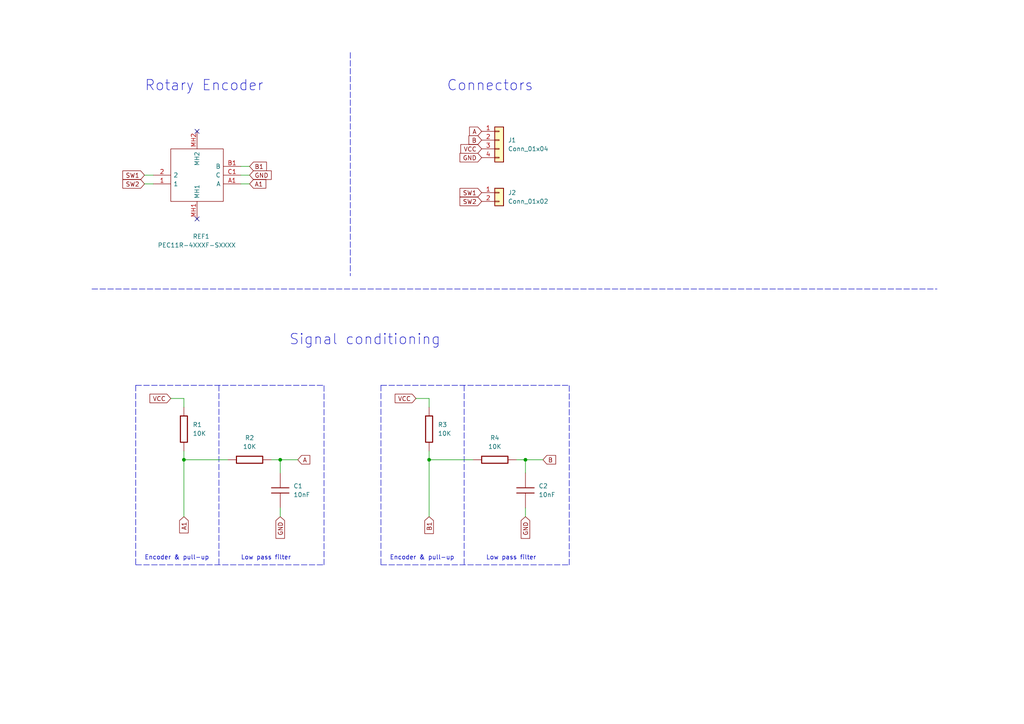
<source format=kicad_sch>
(kicad_sch (version 20211123) (generator eeschema)
  (paper "A4")
  (lib_symbols
    (symbol "Connector_Generic:Conn_01x02" (pin_names (offset 1.016) hide)
      (property "Reference" "J" (at 0 2.54 0))
      (property "Value" "Conn_01x02" (at 0 -5.08 0))
      (symbol "Conn_01x02_1_1"
        (rectangle (start -1.27 -2.413) (end 0 -2.667) (stroke (width 0.1524)))
        (rectangle (start -1.27 0.127) (end 0 -0.127) (stroke (width 0.1524)))
        (rectangle (start -1.27 1.27) (end 1.27 -3.81) (stroke (width 0.254)) (fill (type background)))
        (pin passive line (at -5.08 0 0) (length 3.81) (name "Pin_1") (number "1"))
        (pin passive line (at -5.08 -2.54 0) (length 3.81) (name "Pin_2") (number "2"))
      )
    )
    (symbol "Connector_Generic:Conn_01x04" (pin_names (offset 1.016) hide)
      (property "Reference" "J" (at 0 5.08 0))
      (property "Value" "Conn_01x04" (at 0 -7.62 0))
      (symbol "Conn_01x04_1_1"
        (rectangle (start -1.27 -4.953) (end 0 -5.207) (stroke (width 0.1524)))
        (rectangle (start -1.27 -2.413) (end 0 -2.667) (stroke (width 0.1524)))
        (rectangle (start -1.27 0.127) (end 0 -0.127) (stroke (width 0.1524)))
        (rectangle (start -1.27 2.667) (end 0 2.413) (stroke (width 0.1524)))
        (rectangle (start -1.27 3.81) (end 1.27 -6.35) (stroke (width 0.254)) (fill (type background)))
        (pin passive line (at -5.08 2.54 0) (length 3.81) (name "Pin_1") (number "1"))
        (pin passive line (at -5.08 0 0) (length 3.81) (name "Pin_2") (number "2"))
        (pin passive line (at -5.08 -2.54 0) (length 3.81) (name "Pin_3") (number "3"))
        (pin passive line (at -5.08 -5.08 0) (length 3.81) (name "Pin_4") (number "4"))
      )
    )
    (symbol "dresco:C" (pin_numbers hide) (pin_names (offset 0.254))
      (property "Reference" "C" (at 1.27 2.54 0))
      (property "Value" "C" (at 1.27 -2.54 0))
      (symbol "C_0_1"
        (polyline (pts (xy -2.54 -0.762) (xy 2.54 -0.762)) (stroke (width 0.254)))
        (polyline (pts (xy -2.54 0.762) (xy 2.54 0.762)) (stroke (width 0.254)))
      )
      (symbol "C_1_1"
        (pin passive line (at 0 5.08 270) (length 4.318) (name "~") (number "1"))
        (pin passive line (at 0 -5.08 90) (length 4.318) (name "~") (number "2"))
      )
    )
    (symbol "dresco:PEC11R-4XXXF-SXXXX" (pin_names (offset 0.762))
      (property "Reference" "REF**" (at 21.59 12.7 0))
      (property "Value" "PEC11R-4XXXF-SXXXX" (at 21.59 10.16 0))
      (symbol "PEC11R-4XXXF-SXXXX_0_0"
        (pin passive line (at 10.16 12.7 270) (length 5.08) (name "1") (number "1"))
        (pin passive line (at 12.7 12.7 270) (length 5.08) (name "2") (number "2"))
        (pin passive line (at 10.16 -12.7 90) (length 5.08) (name "A") (number "A1"))
        (pin passive line (at 15.24 -12.7 90) (length 5.08) (name "B") (number "B1"))
        (pin passive line (at 12.7 -12.7 90) (length 5.08) (name "C") (number "C1"))
        (pin passive line (at 0 0 0) (length 5.08) (name "MH1") (number "MH1"))
        (pin passive line (at 25.4 0 180) (length 5.08) (name "MH2") (number "MH2"))
      )
      (symbol "PEC11R-4XXXF-SXXXX_0_1"
        (polyline (pts (xy 5.08 7.62) (xy 20.32 7.62) (xy 20.32 -7.62) (xy 5.08 -7.62) (xy 5.08 7.62)) (stroke (width 0.1524)))
      )
    )
    (symbol "dresco:R" (pin_numbers hide) (pin_names (offset 0))
      (property "Reference" "R" (at 2.032 0 90))
      (property "Value" "R" (at 0 0 90))
      (symbol "R_0_1"
        (rectangle (start -1.016 3.81) (end 1.016 -3.81) (stroke (width 0.3048)))
      )
      (symbol "R_1_1"
        (pin passive line (at 0 6.35 270) (length 2.54) (name "~") (number "1"))
        (pin passive line (at 0 -6.35 90) (length 2.54) (name "~") (number "2"))
      )
    )
  )
  (junction (at 53.34 133.35))
  (junction (at 152.4 133.35))
  (junction (at 124.46 133.35))
  (junction (at 81.28 133.35))
  (no_connect (at 57.15 38.1))
  (no_connect (at 57.15 63.5))
  (wire (pts (xy 124.46 130.81) (xy 124.46 133.35)))
  (wire (pts (xy 152.4 137.16) (xy 152.4 133.35)))
  (wire (pts (xy 124.46 133.35) (xy 124.46 149.86)))
  (wire (pts (xy 41.91 53.34) (xy 44.45 53.34)))
  (wire (pts (xy 53.34 133.35) (xy 66.04 133.35)))
  (polyline (pts (xy 165.1 163.83) (xy 165.1 111.76)))
  (wire (pts (xy 81.28 133.35) (xy 86.36 133.35)))
  (wire (pts (xy 78.74 133.35) (xy 81.28 133.35)))
  (wire (pts (xy 69.85 50.8) (xy 72.39 50.8)))
  (polyline (pts (xy 39.37 163.83) (xy 93.98 163.83)))
  (wire (pts (xy 152.4 147.32) (xy 152.4 149.86)))
  (polyline (pts (xy 110.49 111.76) (xy 165.1 111.76)))
  (polyline (pts (xy 39.37 111.76) (xy 39.37 163.83)))
  (polyline (pts (xy 39.37 111.76) (xy 93.98 111.76)))
  (polyline (pts (xy 93.98 163.83) (xy 93.98 111.76)))
  (wire (pts (xy 124.46 133.35) (xy 137.16 133.35)))
  (wire (pts (xy 49.53 115.57) (xy 53.34 115.57)))
  (wire (pts (xy 149.86 133.35) (xy 152.4 133.35)))
  (polyline (pts (xy 110.49 163.83) (xy 165.1 163.83)))
  (wire (pts (xy 53.34 133.35) (xy 53.34 149.86)))
  (wire (pts (xy 120.65 115.57) (xy 124.46 115.57)))
  (wire (pts (xy 53.34 115.57) (xy 53.34 118.11)))
  (wire (pts (xy 41.91 50.8) (xy 44.45 50.8)))
  (wire (pts (xy 124.46 115.57) (xy 124.46 118.11)))
  (wire (pts (xy 152.4 133.35) (xy 157.48 133.35)))
  (polyline (pts (xy 101.6 15.24) (xy 101.6 80.01)))
  (wire (pts (xy 53.34 130.81) (xy 53.34 133.35)))
  (wire (pts (xy 69.85 48.26) (xy 72.39 48.26)))
  (polyline (pts (xy 26.67 83.82) (xy 271.78 83.82)))
  (wire (pts (xy 69.85 53.34) (xy 72.39 53.34)))
  (polyline (pts (xy 134.62 111.76) (xy 134.62 163.83)))
  (polyline (pts (xy 110.49 111.76) (xy 110.49 163.83)))
  (polyline (pts (xy 63.5 111.76) (xy 63.5 163.83)))
  (wire (pts (xy 81.28 147.32) (xy 81.28 149.86)))
  (wire (pts (xy 81.28 137.16) (xy 81.28 133.35)))
  (text "Encoder & pull-up" (at 41.91 162.56 0) (effects (font (size 1.27 1.27)) (justify left bottom)))
  (text "Rotary Encoder" (at 41.91 26.67 0) (effects (font (size 3 3)) (justify left bottom)))
  (text "Encoder & pull-up" (at 113.03 162.56 0) (effects (font (size 1.27 1.27)) (justify left bottom)))
  (text "Low pass filter" (at 140.97 162.56 0) (effects (font (size 1.27 1.27)) (justify left bottom)))
  (text "Low pass filter" (at 69.85 162.56 0) (effects (font (size 1.27 1.27)) (justify left bottom)))
  (text "Signal conditioning" (at 83.82 100.33 0) (effects (font (size 3 3)) (justify left bottom)))
  (text "Connectors" (at 129.54 26.67 0) (effects (font (size 3 3)) (justify left bottom)))
  (global_label "GND" (shape input) (at 139.7 45.72 180) (property "Intersheet References" "${INTERSHEET_REFS}" (effects hide)))
  (global_label "GND" (shape input) (at 72.39 50.8 0) (property "Intersheet References" "${INTERSHEET_REFS}" (effects hide)))
  (global_label "VCC" (shape input) (at 49.53 115.57 180) (property "Intersheet References" "${INTERSHEET_REFS}" (effects hide)))
  (global_label "VCC" (shape input) (at 120.65 115.57 180) (property "Intersheet References" "${INTERSHEET_REFS}" (effects hide)))
  (global_label "GND" (shape input) (at 152.4 149.86 270) (property "Intersheet References" "${INTERSHEET_REFS}" (effects hide)))
  (global_label "A" (shape input) (at 139.7 38.1 180) (property "Intersheet References" "${INTERSHEET_REFS}" (effects hide)))
  (global_label "VCC" (shape input) (at 139.7 43.18 180) (property "Intersheet References" "${INTERSHEET_REFS}" (effects hide)))
  (global_label "B1" (shape input) (at 124.46 149.86 270) (property "Intersheet References" "${INTERSHEET_REFS}" (effects hide)))
  (global_label "B" (shape input) (at 157.48 133.35 0) (property "Intersheet References" "${INTERSHEET_REFS}" (effects hide)))
  (global_label "B" (shape input) (at 139.7 40.64 180) (property "Intersheet References" "${INTERSHEET_REFS}" (effects hide)))
  (global_label "B1" (shape input) (at 72.39 48.26 0) (property "Intersheet References" "${INTERSHEET_REFS}" (effects hide)))
  (global_label "A1" (shape input) (at 72.39 53.34 0) (property "Intersheet References" "${INTERSHEET_REFS}" (effects hide)))
  (global_label "SW2" (shape input) (at 41.91 53.34 180) (property "Intersheet References" "${INTERSHEET_REFS}" (effects hide)))
  (global_label "SW1" (shape input) (at 41.91 50.8 180) (property "Intersheet References" "${INTERSHEET_REFS}" (effects hide)))
  (global_label "SW2" (shape input) (at 139.7 58.42 180) (property "Intersheet References" "${INTERSHEET_REFS}" (effects hide)))
  (global_label "A1" (shape input) (at 53.34 149.86 270) (property "Intersheet References" "${INTERSHEET_REFS}" (effects hide)))
  (global_label "GND" (shape input) (at 81.28 149.86 270) (property "Intersheet References" "${INTERSHEET_REFS}" (effects hide)))
  (global_label "SW1" (shape input) (at 139.7 55.88 180) (property "Intersheet References" "${INTERSHEET_REFS}" (effects hide)))
  (global_label "A" (shape input) (at 86.36 133.35 0) (property "Intersheet References" "${INTERSHEET_REFS}" (effects hide)))
  (symbol (lib_id "dresco:C") (at 152.4 142.24 0) (unit 1)
    (property "Reference" "C2" (at 156.21 140.9699 0) (effects (justify left)))
    (property "Value" "10nF" (at 156.21 143.5099 0) (effects (justify left)))
    (property "Footprint" "dresco:C_0603_1608Metric" (effects hide))
  )
  (symbol (lib_id "Connector_Generic:Conn_01x02") (at 144.78 55.88 0) (unit 1)
    (property "Reference" "J2" (at 147.32 55.8799 0) (effects (justify left)))
    (property "Value" "Conn_01x02" (at 147.32 58.4199 0) (effects (justify left)))
    (property "Footprint" "dresco:JST_PH_B2B-PH-K_1x02_P2.00mm_Vertical" (effects hide))
  )
  (symbol (lib_id "dresco:PEC11R-4XXXF-SXXXX") (at 57.15 63.5 90) (unit 1)
    (property "Reference" "REF1" (at 55.88 68.58 90) (effects (justify right)))
    (property "Value" "PEC11R-4XXXF-SXXXX" (at 45.72 71.12 90) (effects (justify right)))
    (property "Footprint" "dresco:PEC11R-4XXXF-SXXXX" (effects hide))
    (property "Datasheet" "https://www.bourns.com/docs/Product-Datasheets/PEC11R.pdf" (effects hide))
    (property "Description" "Bourns Incremental Mechanical Rotary Encoder" (effects hide))
  )
  (symbol (lib_id "dresco:R") (at 53.34 124.46 0) (unit 1)
    (property "Reference" "R1" (at 55.88 123.1899 0) (effects (justify left)))
    (property "Value" "10K" (at 55.88 125.7299 0) (effects (justify left)))
    (property "Footprint" "dresco:R_0603_1608Metric" (effects hide))
  )
  (symbol (lib_id "Connector_Generic:Conn_01x04") (at 144.78 40.64 0) (unit 1)
    (property "Reference" "J1" (at 147.32 40.6399 0) (effects (justify left)))
    (property "Value" "Conn_01x04" (at 147.32 43.1799 0) (effects (justify left)))
    (property "Footprint" "dresco:JST_PH_B4B-PH-K_1x04_P2.00mm_Vertical" (effects hide))
  )
  (symbol (lib_id "dresco:R") (at 72.39 133.35 270) (unit 1)
    (property "Reference" "R2" (at 72.39 127 90))
    (property "Value" "10K" (at 72.39 129.54 90))
    (property "Footprint" "dresco:R_0603_1608Metric" (effects hide))
  )
  (symbol (lib_id "dresco:R") (at 143.51 133.35 270) (unit 1)
    (property "Reference" "R4" (at 143.51 127 90))
    (property "Value" "10K" (at 143.51 129.54 90))
    (property "Footprint" "dresco:R_0603_1608Metric" (effects hide))
  )
  (symbol (lib_id "dresco:C") (at 81.28 142.24 0) (unit 1)
    (property "Reference" "C1" (at 85.09 140.9699 0) (effects (justify left)))
    (property "Value" "10nF" (at 85.09 143.5099 0) (effects (justify left)))
    (property "Footprint" "dresco:C_0603_1608Metric" (effects hide))
  )
  (symbol (lib_id "dresco:R") (at 124.46 124.46 0) (unit 1)
    (property "Reference" "R3" (at 127 123.1899 0) (effects (justify left)))
    (property "Value" "10K" (at 127 125.7299 0) (effects (justify left)))
    (property "Footprint" "dresco:R_0603_1608Metric" (effects hide))
  )
)
</source>
